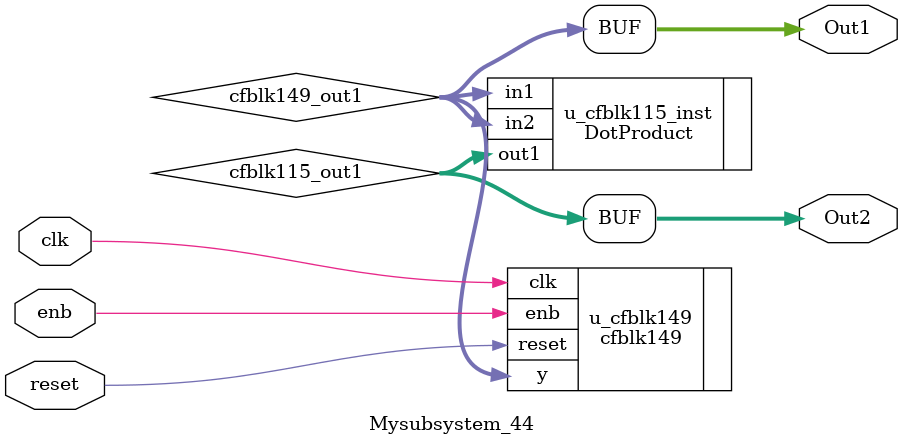
<source format=v>



`timescale 1 ns / 1 ns

module Mysubsystem_44
          (clk,
           reset,
           enb,
           Out1,
           Out2);


  input   clk;
  input   reset;
  input   enb;
  output  [7:0] Out1;  // uint8
  output  [15:0] Out2;  // uint16


  wire [7:0] cfblk149_out1;  // uint8
  wire [15:0] cfblk115_out1;  // uint16


  cfblk149 u_cfblk149 (.clk(clk),
                       .reset(reset),
                       .enb(enb),
                       .y(cfblk149_out1)  // uint8
                       );

  assign Out1 = cfblk149_out1;

  DotProduct u_cfblk115_inst (.in1(cfblk149_out1),  // uint8
                              .in2(cfblk149_out1),  // uint8
                              .out1(cfblk115_out1)  // uint16
                              );

  assign Out2 = cfblk115_out1;

endmodule  // Mysubsystem_44


</source>
